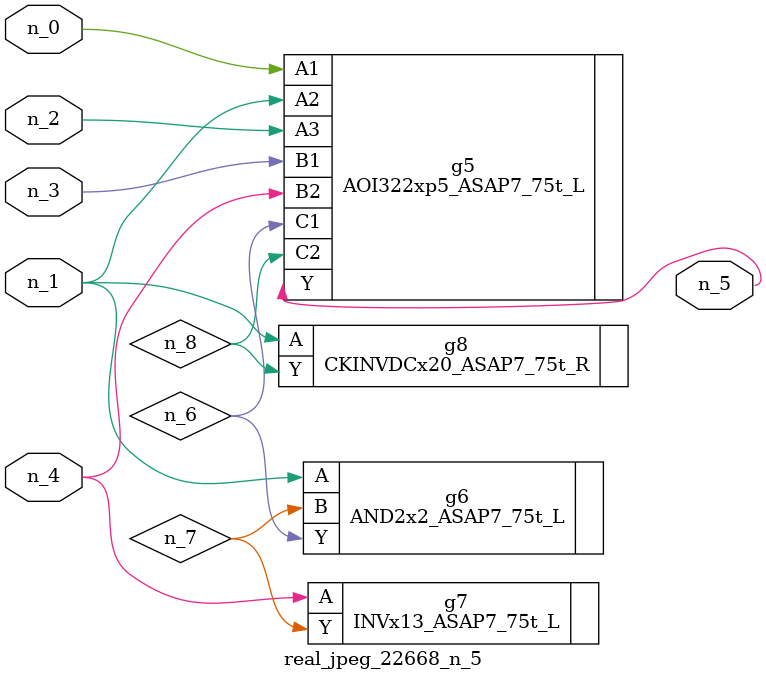
<source format=v>
module real_jpeg_22668_n_5 (n_4, n_0, n_1, n_2, n_3, n_5);

input n_4;
input n_0;
input n_1;
input n_2;
input n_3;

output n_5;

wire n_8;
wire n_6;
wire n_7;

AOI322xp5_ASAP7_75t_L g5 ( 
.A1(n_0),
.A2(n_1),
.A3(n_2),
.B1(n_3),
.B2(n_4),
.C1(n_6),
.C2(n_8),
.Y(n_5)
);

AND2x2_ASAP7_75t_L g6 ( 
.A(n_1),
.B(n_7),
.Y(n_6)
);

CKINVDCx20_ASAP7_75t_R g8 ( 
.A(n_1),
.Y(n_8)
);

INVx13_ASAP7_75t_L g7 ( 
.A(n_4),
.Y(n_7)
);


endmodule
</source>
